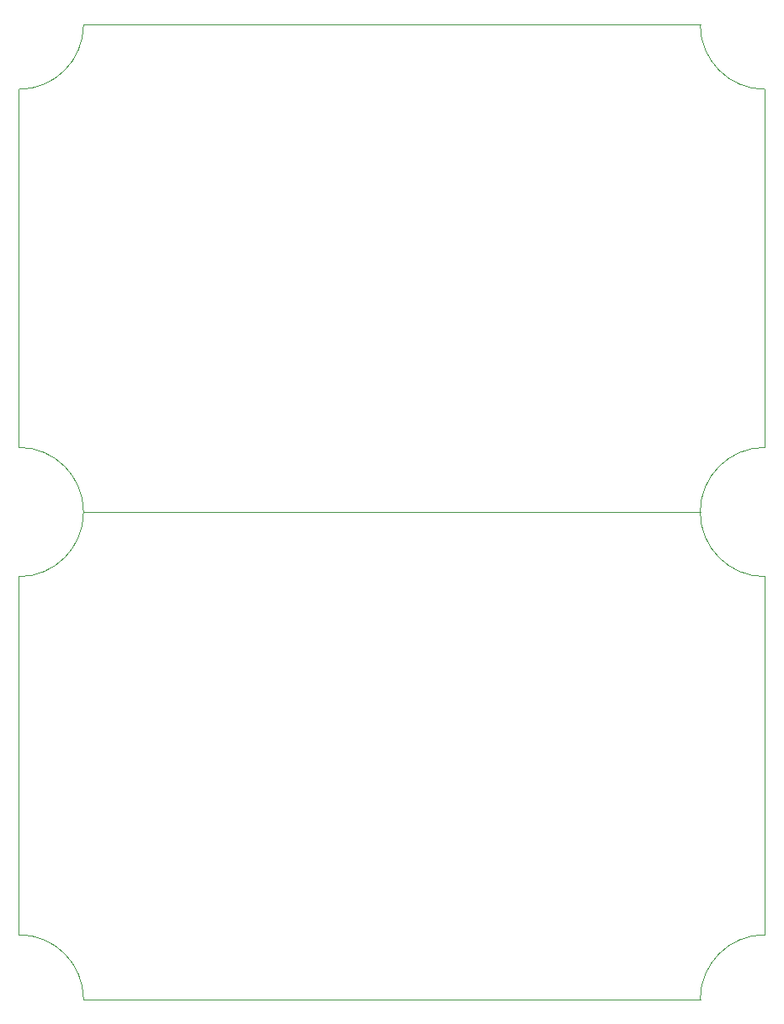
<source format=gbr>
G04 #@! TF.GenerationSoftware,KiCad,Pcbnew,7.0.11+dfsg-1build4*
G04 #@! TF.CreationDate,2025-11-24T13:09:25-05:00*
G04 #@! TF.ProjectId,,58585858-5858-4585-9858-585858585858,rev?*
G04 #@! TF.SameCoordinates,Original*
G04 #@! TF.FileFunction,Profile,NP*
%FSLAX46Y46*%
G04 Gerber Fmt 4.6, Leading zero omitted, Abs format (unit mm)*
G04 Created by KiCad (PCBNEW 7.0.11+dfsg-1build4) date 2025-11-24 13:09:25*
%MOMM*%
%LPD*%
G01*
G04 APERTURE LIST*
G04 #@! TA.AperFunction,Profile*
%ADD10C,0.050000*%
G04 #@! TD*
G04 APERTURE END LIST*
D10*
X70940000Y-140810000D02*
X132940000Y-140810000D01*
X64440000Y-98310000D02*
G75*
G03*
X70940000Y-91810000I0J6500000D01*
G01*
X139440000Y-134310000D02*
G75*
G03*
X132940000Y-140810000I0J-6500000D01*
G01*
X139440000Y-98310000D02*
X139440000Y-134310000D01*
X70940000Y-91810000D02*
X132940000Y-91810000D01*
X64440000Y-98310000D02*
X64440000Y-134310000D01*
X132940000Y-91810000D02*
G75*
G03*
X139440000Y-98310000I6500000J0D01*
G01*
X70940000Y-140810000D02*
G75*
G03*
X64440000Y-134310000I-6500000J0D01*
G01*
X70940000Y-91810000D02*
G75*
G03*
X64440000Y-85310000I-6500000J0D01*
G01*
X132940000Y-42810000D02*
G75*
G03*
X139440000Y-49310000I6500000J0D01*
G01*
X64440000Y-49310000D02*
X64440000Y-85310000D01*
X70940000Y-42810000D02*
X132940000Y-42810000D01*
X139440000Y-49310000D02*
X139440000Y-85310000D01*
X139440000Y-85310000D02*
G75*
G03*
X132940000Y-91810000I0J-6500000D01*
G01*
X64440000Y-49310000D02*
G75*
G03*
X70940000Y-42810000I0J6500000D01*
G01*
X70940000Y-91810000D02*
X132940000Y-91810000D01*
M02*

</source>
